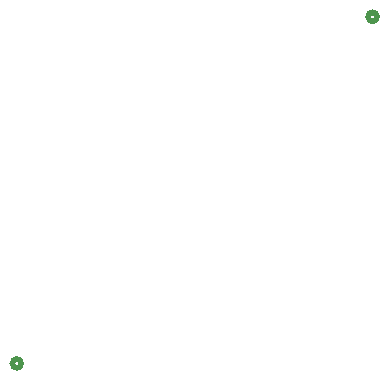
<source format=gbr>
%TF.GenerationSoftware,KiCad,Pcbnew,8.0.7*%
%TF.CreationDate,2024-12-23T22:44:15-05:00*%
%TF.ProjectId,OverSoon,4f766572-536f-46f6-9e2e-6b696361645f,rev?*%
%TF.SameCoordinates,Original*%
%TF.FileFunction,Legend,Bot*%
%TF.FilePolarity,Positive*%
%FSLAX46Y46*%
G04 Gerber Fmt 4.6, Leading zero omitted, Abs format (unit mm)*
G04 Created by KiCad (PCBNEW 8.0.7) date 2024-12-23 22:44:15*
%MOMM*%
%LPD*%
G01*
G04 APERTURE LIST*
%ADD10C,0.508000*%
G04 APERTURE END LIST*
D10*
%TO.C,U10*%
X206463801Y-108153198D02*
G75*
G02*
X205701801Y-108153198I-381000J0D01*
G01*
X205701801Y-108153198D02*
G75*
G02*
X206463801Y-108153198I381000J0D01*
G01*
%TO.C,U9*%
X176339401Y-137505002D02*
G75*
G02*
X175577401Y-137505002I-381000J0D01*
G01*
X175577401Y-137505002D02*
G75*
G02*
X176339401Y-137505002I381000J0D01*
G01*
%TD*%
M02*

</source>
